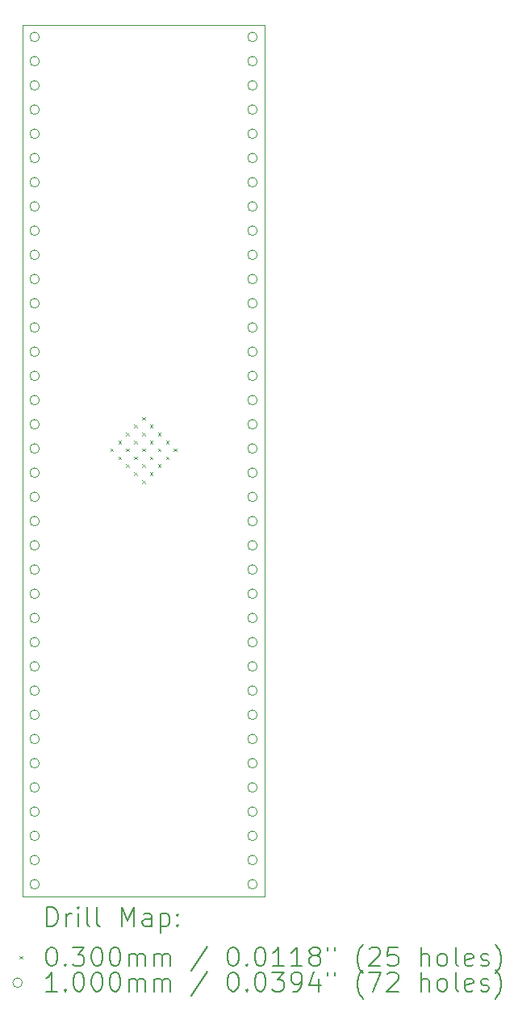
<source format=gbr>
%TF.GenerationSoftware,KiCad,Pcbnew,9.0.6*%
%TF.CreationDate,2026-01-02T14:08:46-06:00*%
%TF.ProjectId,QFN-68_8x8,51464e2d-3638-45f3-9878-382e6b696361,rev?*%
%TF.SameCoordinates,Original*%
%TF.FileFunction,Drillmap*%
%TF.FilePolarity,Positive*%
%FSLAX45Y45*%
G04 Gerber Fmt 4.5, Leading zero omitted, Abs format (unit mm)*
G04 Created by KiCad (PCBNEW 9.0.6) date 2026-01-02 14:08:46*
%MOMM*%
%LPD*%
G01*
G04 APERTURE LIST*
%ADD10C,0.050000*%
%ADD11C,0.200000*%
%ADD12C,0.100000*%
G04 APERTURE END LIST*
D10*
X12573000Y-7493000D02*
X15113000Y-7493000D01*
X15113000Y-16637000D01*
X12573000Y-16637000D01*
X12573000Y-7493000D01*
D11*
D12*
X13495660Y-11938468D02*
X13525660Y-11968468D01*
X13525660Y-11938468D02*
X13495660Y-11968468D01*
X13578745Y-11855383D02*
X13608745Y-11885383D01*
X13608745Y-11855383D02*
X13578745Y-11885383D01*
X13578745Y-12021553D02*
X13608745Y-12051553D01*
X13608745Y-12021553D02*
X13578745Y-12051553D01*
X13661830Y-11772298D02*
X13691830Y-11802298D01*
X13691830Y-11772298D02*
X13661830Y-11802298D01*
X13661830Y-11938468D02*
X13691830Y-11968468D01*
X13691830Y-11938468D02*
X13661830Y-11968468D01*
X13661830Y-12104638D02*
X13691830Y-12134638D01*
X13691830Y-12104638D02*
X13661830Y-12134638D01*
X13744915Y-11689213D02*
X13774915Y-11719213D01*
X13774915Y-11689213D02*
X13744915Y-11719213D01*
X13744915Y-11855383D02*
X13774915Y-11885383D01*
X13774915Y-11855383D02*
X13744915Y-11885383D01*
X13744915Y-12021553D02*
X13774915Y-12051553D01*
X13774915Y-12021553D02*
X13744915Y-12051553D01*
X13744915Y-12187723D02*
X13774915Y-12217723D01*
X13774915Y-12187723D02*
X13744915Y-12217723D01*
X13828000Y-11606128D02*
X13858000Y-11636128D01*
X13858000Y-11606128D02*
X13828000Y-11636128D01*
X13828000Y-11772298D02*
X13858000Y-11802298D01*
X13858000Y-11772298D02*
X13828000Y-11802298D01*
X13828000Y-11938468D02*
X13858000Y-11968468D01*
X13858000Y-11938468D02*
X13828000Y-11968468D01*
X13828000Y-12104638D02*
X13858000Y-12134638D01*
X13858000Y-12104638D02*
X13828000Y-12134638D01*
X13828000Y-12270808D02*
X13858000Y-12300808D01*
X13858000Y-12270808D02*
X13828000Y-12300808D01*
X13911085Y-11689213D02*
X13941085Y-11719213D01*
X13941085Y-11689213D02*
X13911085Y-11719213D01*
X13911085Y-11855383D02*
X13941085Y-11885383D01*
X13941085Y-11855383D02*
X13911085Y-11885383D01*
X13911085Y-12021553D02*
X13941085Y-12051553D01*
X13941085Y-12021553D02*
X13911085Y-12051553D01*
X13911085Y-12187723D02*
X13941085Y-12217723D01*
X13941085Y-12187723D02*
X13911085Y-12217723D01*
X13994170Y-11772298D02*
X14024170Y-11802298D01*
X14024170Y-11772298D02*
X13994170Y-11802298D01*
X13994170Y-11938468D02*
X14024170Y-11968468D01*
X14024170Y-11938468D02*
X13994170Y-11968468D01*
X13994170Y-12104638D02*
X14024170Y-12134638D01*
X14024170Y-12104638D02*
X13994170Y-12134638D01*
X14077255Y-11855383D02*
X14107255Y-11885383D01*
X14107255Y-11855383D02*
X14077255Y-11885383D01*
X14077255Y-12021553D02*
X14107255Y-12051553D01*
X14107255Y-12021553D02*
X14077255Y-12051553D01*
X14160340Y-11938468D02*
X14190340Y-11968468D01*
X14190340Y-11938468D02*
X14160340Y-11968468D01*
X12750000Y-7620000D02*
G75*
G02*
X12650000Y-7620000I-50000J0D01*
G01*
X12650000Y-7620000D02*
G75*
G02*
X12750000Y-7620000I50000J0D01*
G01*
X12750000Y-7874000D02*
G75*
G02*
X12650000Y-7874000I-50000J0D01*
G01*
X12650000Y-7874000D02*
G75*
G02*
X12750000Y-7874000I50000J0D01*
G01*
X12750000Y-8128000D02*
G75*
G02*
X12650000Y-8128000I-50000J0D01*
G01*
X12650000Y-8128000D02*
G75*
G02*
X12750000Y-8128000I50000J0D01*
G01*
X12750000Y-8382000D02*
G75*
G02*
X12650000Y-8382000I-50000J0D01*
G01*
X12650000Y-8382000D02*
G75*
G02*
X12750000Y-8382000I50000J0D01*
G01*
X12750000Y-8636000D02*
G75*
G02*
X12650000Y-8636000I-50000J0D01*
G01*
X12650000Y-8636000D02*
G75*
G02*
X12750000Y-8636000I50000J0D01*
G01*
X12750000Y-8890000D02*
G75*
G02*
X12650000Y-8890000I-50000J0D01*
G01*
X12650000Y-8890000D02*
G75*
G02*
X12750000Y-8890000I50000J0D01*
G01*
X12750000Y-9144000D02*
G75*
G02*
X12650000Y-9144000I-50000J0D01*
G01*
X12650000Y-9144000D02*
G75*
G02*
X12750000Y-9144000I50000J0D01*
G01*
X12750000Y-9398000D02*
G75*
G02*
X12650000Y-9398000I-50000J0D01*
G01*
X12650000Y-9398000D02*
G75*
G02*
X12750000Y-9398000I50000J0D01*
G01*
X12750000Y-9652000D02*
G75*
G02*
X12650000Y-9652000I-50000J0D01*
G01*
X12650000Y-9652000D02*
G75*
G02*
X12750000Y-9652000I50000J0D01*
G01*
X12750000Y-9906000D02*
G75*
G02*
X12650000Y-9906000I-50000J0D01*
G01*
X12650000Y-9906000D02*
G75*
G02*
X12750000Y-9906000I50000J0D01*
G01*
X12750000Y-10160000D02*
G75*
G02*
X12650000Y-10160000I-50000J0D01*
G01*
X12650000Y-10160000D02*
G75*
G02*
X12750000Y-10160000I50000J0D01*
G01*
X12750000Y-10414000D02*
G75*
G02*
X12650000Y-10414000I-50000J0D01*
G01*
X12650000Y-10414000D02*
G75*
G02*
X12750000Y-10414000I50000J0D01*
G01*
X12750000Y-10668000D02*
G75*
G02*
X12650000Y-10668000I-50000J0D01*
G01*
X12650000Y-10668000D02*
G75*
G02*
X12750000Y-10668000I50000J0D01*
G01*
X12750000Y-10922000D02*
G75*
G02*
X12650000Y-10922000I-50000J0D01*
G01*
X12650000Y-10922000D02*
G75*
G02*
X12750000Y-10922000I50000J0D01*
G01*
X12750000Y-11176000D02*
G75*
G02*
X12650000Y-11176000I-50000J0D01*
G01*
X12650000Y-11176000D02*
G75*
G02*
X12750000Y-11176000I50000J0D01*
G01*
X12750000Y-11430000D02*
G75*
G02*
X12650000Y-11430000I-50000J0D01*
G01*
X12650000Y-11430000D02*
G75*
G02*
X12750000Y-11430000I50000J0D01*
G01*
X12750000Y-11684000D02*
G75*
G02*
X12650000Y-11684000I-50000J0D01*
G01*
X12650000Y-11684000D02*
G75*
G02*
X12750000Y-11684000I50000J0D01*
G01*
X12750000Y-11938000D02*
G75*
G02*
X12650000Y-11938000I-50000J0D01*
G01*
X12650000Y-11938000D02*
G75*
G02*
X12750000Y-11938000I50000J0D01*
G01*
X12750000Y-12192000D02*
G75*
G02*
X12650000Y-12192000I-50000J0D01*
G01*
X12650000Y-12192000D02*
G75*
G02*
X12750000Y-12192000I50000J0D01*
G01*
X12750000Y-12446000D02*
G75*
G02*
X12650000Y-12446000I-50000J0D01*
G01*
X12650000Y-12446000D02*
G75*
G02*
X12750000Y-12446000I50000J0D01*
G01*
X12750000Y-12700000D02*
G75*
G02*
X12650000Y-12700000I-50000J0D01*
G01*
X12650000Y-12700000D02*
G75*
G02*
X12750000Y-12700000I50000J0D01*
G01*
X12750000Y-12954000D02*
G75*
G02*
X12650000Y-12954000I-50000J0D01*
G01*
X12650000Y-12954000D02*
G75*
G02*
X12750000Y-12954000I50000J0D01*
G01*
X12750000Y-13208000D02*
G75*
G02*
X12650000Y-13208000I-50000J0D01*
G01*
X12650000Y-13208000D02*
G75*
G02*
X12750000Y-13208000I50000J0D01*
G01*
X12750000Y-13462000D02*
G75*
G02*
X12650000Y-13462000I-50000J0D01*
G01*
X12650000Y-13462000D02*
G75*
G02*
X12750000Y-13462000I50000J0D01*
G01*
X12750000Y-13716000D02*
G75*
G02*
X12650000Y-13716000I-50000J0D01*
G01*
X12650000Y-13716000D02*
G75*
G02*
X12750000Y-13716000I50000J0D01*
G01*
X12750000Y-13970000D02*
G75*
G02*
X12650000Y-13970000I-50000J0D01*
G01*
X12650000Y-13970000D02*
G75*
G02*
X12750000Y-13970000I50000J0D01*
G01*
X12750000Y-14224000D02*
G75*
G02*
X12650000Y-14224000I-50000J0D01*
G01*
X12650000Y-14224000D02*
G75*
G02*
X12750000Y-14224000I50000J0D01*
G01*
X12750000Y-14478000D02*
G75*
G02*
X12650000Y-14478000I-50000J0D01*
G01*
X12650000Y-14478000D02*
G75*
G02*
X12750000Y-14478000I50000J0D01*
G01*
X12750000Y-14732000D02*
G75*
G02*
X12650000Y-14732000I-50000J0D01*
G01*
X12650000Y-14732000D02*
G75*
G02*
X12750000Y-14732000I50000J0D01*
G01*
X12750000Y-14986000D02*
G75*
G02*
X12650000Y-14986000I-50000J0D01*
G01*
X12650000Y-14986000D02*
G75*
G02*
X12750000Y-14986000I50000J0D01*
G01*
X12750000Y-15240000D02*
G75*
G02*
X12650000Y-15240000I-50000J0D01*
G01*
X12650000Y-15240000D02*
G75*
G02*
X12750000Y-15240000I50000J0D01*
G01*
X12750000Y-15494000D02*
G75*
G02*
X12650000Y-15494000I-50000J0D01*
G01*
X12650000Y-15494000D02*
G75*
G02*
X12750000Y-15494000I50000J0D01*
G01*
X12750000Y-15748000D02*
G75*
G02*
X12650000Y-15748000I-50000J0D01*
G01*
X12650000Y-15748000D02*
G75*
G02*
X12750000Y-15748000I50000J0D01*
G01*
X12750000Y-16002000D02*
G75*
G02*
X12650000Y-16002000I-50000J0D01*
G01*
X12650000Y-16002000D02*
G75*
G02*
X12750000Y-16002000I50000J0D01*
G01*
X12750000Y-16256000D02*
G75*
G02*
X12650000Y-16256000I-50000J0D01*
G01*
X12650000Y-16256000D02*
G75*
G02*
X12750000Y-16256000I50000J0D01*
G01*
X12750000Y-16510000D02*
G75*
G02*
X12650000Y-16510000I-50000J0D01*
G01*
X12650000Y-16510000D02*
G75*
G02*
X12750000Y-16510000I50000J0D01*
G01*
X15036000Y-7620000D02*
G75*
G02*
X14936000Y-7620000I-50000J0D01*
G01*
X14936000Y-7620000D02*
G75*
G02*
X15036000Y-7620000I50000J0D01*
G01*
X15036000Y-7874000D02*
G75*
G02*
X14936000Y-7874000I-50000J0D01*
G01*
X14936000Y-7874000D02*
G75*
G02*
X15036000Y-7874000I50000J0D01*
G01*
X15036000Y-8128000D02*
G75*
G02*
X14936000Y-8128000I-50000J0D01*
G01*
X14936000Y-8128000D02*
G75*
G02*
X15036000Y-8128000I50000J0D01*
G01*
X15036000Y-8382000D02*
G75*
G02*
X14936000Y-8382000I-50000J0D01*
G01*
X14936000Y-8382000D02*
G75*
G02*
X15036000Y-8382000I50000J0D01*
G01*
X15036000Y-8636000D02*
G75*
G02*
X14936000Y-8636000I-50000J0D01*
G01*
X14936000Y-8636000D02*
G75*
G02*
X15036000Y-8636000I50000J0D01*
G01*
X15036000Y-8890000D02*
G75*
G02*
X14936000Y-8890000I-50000J0D01*
G01*
X14936000Y-8890000D02*
G75*
G02*
X15036000Y-8890000I50000J0D01*
G01*
X15036000Y-9144000D02*
G75*
G02*
X14936000Y-9144000I-50000J0D01*
G01*
X14936000Y-9144000D02*
G75*
G02*
X15036000Y-9144000I50000J0D01*
G01*
X15036000Y-9398000D02*
G75*
G02*
X14936000Y-9398000I-50000J0D01*
G01*
X14936000Y-9398000D02*
G75*
G02*
X15036000Y-9398000I50000J0D01*
G01*
X15036000Y-9652000D02*
G75*
G02*
X14936000Y-9652000I-50000J0D01*
G01*
X14936000Y-9652000D02*
G75*
G02*
X15036000Y-9652000I50000J0D01*
G01*
X15036000Y-9906000D02*
G75*
G02*
X14936000Y-9906000I-50000J0D01*
G01*
X14936000Y-9906000D02*
G75*
G02*
X15036000Y-9906000I50000J0D01*
G01*
X15036000Y-10160000D02*
G75*
G02*
X14936000Y-10160000I-50000J0D01*
G01*
X14936000Y-10160000D02*
G75*
G02*
X15036000Y-10160000I50000J0D01*
G01*
X15036000Y-10414000D02*
G75*
G02*
X14936000Y-10414000I-50000J0D01*
G01*
X14936000Y-10414000D02*
G75*
G02*
X15036000Y-10414000I50000J0D01*
G01*
X15036000Y-10668000D02*
G75*
G02*
X14936000Y-10668000I-50000J0D01*
G01*
X14936000Y-10668000D02*
G75*
G02*
X15036000Y-10668000I50000J0D01*
G01*
X15036000Y-10922000D02*
G75*
G02*
X14936000Y-10922000I-50000J0D01*
G01*
X14936000Y-10922000D02*
G75*
G02*
X15036000Y-10922000I50000J0D01*
G01*
X15036000Y-11176000D02*
G75*
G02*
X14936000Y-11176000I-50000J0D01*
G01*
X14936000Y-11176000D02*
G75*
G02*
X15036000Y-11176000I50000J0D01*
G01*
X15036000Y-11430000D02*
G75*
G02*
X14936000Y-11430000I-50000J0D01*
G01*
X14936000Y-11430000D02*
G75*
G02*
X15036000Y-11430000I50000J0D01*
G01*
X15036000Y-11684000D02*
G75*
G02*
X14936000Y-11684000I-50000J0D01*
G01*
X14936000Y-11684000D02*
G75*
G02*
X15036000Y-11684000I50000J0D01*
G01*
X15036000Y-11938000D02*
G75*
G02*
X14936000Y-11938000I-50000J0D01*
G01*
X14936000Y-11938000D02*
G75*
G02*
X15036000Y-11938000I50000J0D01*
G01*
X15036000Y-12192000D02*
G75*
G02*
X14936000Y-12192000I-50000J0D01*
G01*
X14936000Y-12192000D02*
G75*
G02*
X15036000Y-12192000I50000J0D01*
G01*
X15036000Y-12446000D02*
G75*
G02*
X14936000Y-12446000I-50000J0D01*
G01*
X14936000Y-12446000D02*
G75*
G02*
X15036000Y-12446000I50000J0D01*
G01*
X15036000Y-12700000D02*
G75*
G02*
X14936000Y-12700000I-50000J0D01*
G01*
X14936000Y-12700000D02*
G75*
G02*
X15036000Y-12700000I50000J0D01*
G01*
X15036000Y-12954000D02*
G75*
G02*
X14936000Y-12954000I-50000J0D01*
G01*
X14936000Y-12954000D02*
G75*
G02*
X15036000Y-12954000I50000J0D01*
G01*
X15036000Y-13208000D02*
G75*
G02*
X14936000Y-13208000I-50000J0D01*
G01*
X14936000Y-13208000D02*
G75*
G02*
X15036000Y-13208000I50000J0D01*
G01*
X15036000Y-13462000D02*
G75*
G02*
X14936000Y-13462000I-50000J0D01*
G01*
X14936000Y-13462000D02*
G75*
G02*
X15036000Y-13462000I50000J0D01*
G01*
X15036000Y-13716000D02*
G75*
G02*
X14936000Y-13716000I-50000J0D01*
G01*
X14936000Y-13716000D02*
G75*
G02*
X15036000Y-13716000I50000J0D01*
G01*
X15036000Y-13970000D02*
G75*
G02*
X14936000Y-13970000I-50000J0D01*
G01*
X14936000Y-13970000D02*
G75*
G02*
X15036000Y-13970000I50000J0D01*
G01*
X15036000Y-14224000D02*
G75*
G02*
X14936000Y-14224000I-50000J0D01*
G01*
X14936000Y-14224000D02*
G75*
G02*
X15036000Y-14224000I50000J0D01*
G01*
X15036000Y-14478000D02*
G75*
G02*
X14936000Y-14478000I-50000J0D01*
G01*
X14936000Y-14478000D02*
G75*
G02*
X15036000Y-14478000I50000J0D01*
G01*
X15036000Y-14732000D02*
G75*
G02*
X14936000Y-14732000I-50000J0D01*
G01*
X14936000Y-14732000D02*
G75*
G02*
X15036000Y-14732000I50000J0D01*
G01*
X15036000Y-14986000D02*
G75*
G02*
X14936000Y-14986000I-50000J0D01*
G01*
X14936000Y-14986000D02*
G75*
G02*
X15036000Y-14986000I50000J0D01*
G01*
X15036000Y-15240000D02*
G75*
G02*
X14936000Y-15240000I-50000J0D01*
G01*
X14936000Y-15240000D02*
G75*
G02*
X15036000Y-15240000I50000J0D01*
G01*
X15036000Y-15494000D02*
G75*
G02*
X14936000Y-15494000I-50000J0D01*
G01*
X14936000Y-15494000D02*
G75*
G02*
X15036000Y-15494000I50000J0D01*
G01*
X15036000Y-15748000D02*
G75*
G02*
X14936000Y-15748000I-50000J0D01*
G01*
X14936000Y-15748000D02*
G75*
G02*
X15036000Y-15748000I50000J0D01*
G01*
X15036000Y-16002000D02*
G75*
G02*
X14936000Y-16002000I-50000J0D01*
G01*
X14936000Y-16002000D02*
G75*
G02*
X15036000Y-16002000I50000J0D01*
G01*
X15036000Y-16256000D02*
G75*
G02*
X14936000Y-16256000I-50000J0D01*
G01*
X14936000Y-16256000D02*
G75*
G02*
X15036000Y-16256000I50000J0D01*
G01*
X15036000Y-16510000D02*
G75*
G02*
X14936000Y-16510000I-50000J0D01*
G01*
X14936000Y-16510000D02*
G75*
G02*
X15036000Y-16510000I50000J0D01*
G01*
D11*
X12831277Y-16950984D02*
X12831277Y-16750984D01*
X12831277Y-16750984D02*
X12878896Y-16750984D01*
X12878896Y-16750984D02*
X12907467Y-16760508D01*
X12907467Y-16760508D02*
X12926515Y-16779555D01*
X12926515Y-16779555D02*
X12936039Y-16798603D01*
X12936039Y-16798603D02*
X12945562Y-16836698D01*
X12945562Y-16836698D02*
X12945562Y-16865270D01*
X12945562Y-16865270D02*
X12936039Y-16903365D01*
X12936039Y-16903365D02*
X12926515Y-16922412D01*
X12926515Y-16922412D02*
X12907467Y-16941460D01*
X12907467Y-16941460D02*
X12878896Y-16950984D01*
X12878896Y-16950984D02*
X12831277Y-16950984D01*
X13031277Y-16950984D02*
X13031277Y-16817650D01*
X13031277Y-16855746D02*
X13040801Y-16836698D01*
X13040801Y-16836698D02*
X13050324Y-16827174D01*
X13050324Y-16827174D02*
X13069372Y-16817650D01*
X13069372Y-16817650D02*
X13088420Y-16817650D01*
X13155086Y-16950984D02*
X13155086Y-16817650D01*
X13155086Y-16750984D02*
X13145562Y-16760508D01*
X13145562Y-16760508D02*
X13155086Y-16770031D01*
X13155086Y-16770031D02*
X13164610Y-16760508D01*
X13164610Y-16760508D02*
X13155086Y-16750984D01*
X13155086Y-16750984D02*
X13155086Y-16770031D01*
X13278896Y-16950984D02*
X13259848Y-16941460D01*
X13259848Y-16941460D02*
X13250324Y-16922412D01*
X13250324Y-16922412D02*
X13250324Y-16750984D01*
X13383658Y-16950984D02*
X13364610Y-16941460D01*
X13364610Y-16941460D02*
X13355086Y-16922412D01*
X13355086Y-16922412D02*
X13355086Y-16750984D01*
X13612229Y-16950984D02*
X13612229Y-16750984D01*
X13612229Y-16750984D02*
X13678896Y-16893841D01*
X13678896Y-16893841D02*
X13745562Y-16750984D01*
X13745562Y-16750984D02*
X13745562Y-16950984D01*
X13926515Y-16950984D02*
X13926515Y-16846222D01*
X13926515Y-16846222D02*
X13916991Y-16827174D01*
X13916991Y-16827174D02*
X13897943Y-16817650D01*
X13897943Y-16817650D02*
X13859848Y-16817650D01*
X13859848Y-16817650D02*
X13840801Y-16827174D01*
X13926515Y-16941460D02*
X13907467Y-16950984D01*
X13907467Y-16950984D02*
X13859848Y-16950984D01*
X13859848Y-16950984D02*
X13840801Y-16941460D01*
X13840801Y-16941460D02*
X13831277Y-16922412D01*
X13831277Y-16922412D02*
X13831277Y-16903365D01*
X13831277Y-16903365D02*
X13840801Y-16884317D01*
X13840801Y-16884317D02*
X13859848Y-16874793D01*
X13859848Y-16874793D02*
X13907467Y-16874793D01*
X13907467Y-16874793D02*
X13926515Y-16865270D01*
X14021753Y-16817650D02*
X14021753Y-17017650D01*
X14021753Y-16827174D02*
X14040801Y-16817650D01*
X14040801Y-16817650D02*
X14078896Y-16817650D01*
X14078896Y-16817650D02*
X14097943Y-16827174D01*
X14097943Y-16827174D02*
X14107467Y-16836698D01*
X14107467Y-16836698D02*
X14116991Y-16855746D01*
X14116991Y-16855746D02*
X14116991Y-16912889D01*
X14116991Y-16912889D02*
X14107467Y-16931936D01*
X14107467Y-16931936D02*
X14097943Y-16941460D01*
X14097943Y-16941460D02*
X14078896Y-16950984D01*
X14078896Y-16950984D02*
X14040801Y-16950984D01*
X14040801Y-16950984D02*
X14021753Y-16941460D01*
X14202705Y-16931936D02*
X14212229Y-16941460D01*
X14212229Y-16941460D02*
X14202705Y-16950984D01*
X14202705Y-16950984D02*
X14193182Y-16941460D01*
X14193182Y-16941460D02*
X14202705Y-16931936D01*
X14202705Y-16931936D02*
X14202705Y-16950984D01*
X14202705Y-16827174D02*
X14212229Y-16836698D01*
X14212229Y-16836698D02*
X14202705Y-16846222D01*
X14202705Y-16846222D02*
X14193182Y-16836698D01*
X14193182Y-16836698D02*
X14202705Y-16827174D01*
X14202705Y-16827174D02*
X14202705Y-16846222D01*
D12*
X12540500Y-17264500D02*
X12570500Y-17294500D01*
X12570500Y-17264500D02*
X12540500Y-17294500D01*
D11*
X12869372Y-17170984D02*
X12888420Y-17170984D01*
X12888420Y-17170984D02*
X12907467Y-17180508D01*
X12907467Y-17180508D02*
X12916991Y-17190031D01*
X12916991Y-17190031D02*
X12926515Y-17209079D01*
X12926515Y-17209079D02*
X12936039Y-17247174D01*
X12936039Y-17247174D02*
X12936039Y-17294793D01*
X12936039Y-17294793D02*
X12926515Y-17332889D01*
X12926515Y-17332889D02*
X12916991Y-17351936D01*
X12916991Y-17351936D02*
X12907467Y-17361460D01*
X12907467Y-17361460D02*
X12888420Y-17370984D01*
X12888420Y-17370984D02*
X12869372Y-17370984D01*
X12869372Y-17370984D02*
X12850324Y-17361460D01*
X12850324Y-17361460D02*
X12840801Y-17351936D01*
X12840801Y-17351936D02*
X12831277Y-17332889D01*
X12831277Y-17332889D02*
X12821753Y-17294793D01*
X12821753Y-17294793D02*
X12821753Y-17247174D01*
X12821753Y-17247174D02*
X12831277Y-17209079D01*
X12831277Y-17209079D02*
X12840801Y-17190031D01*
X12840801Y-17190031D02*
X12850324Y-17180508D01*
X12850324Y-17180508D02*
X12869372Y-17170984D01*
X13021753Y-17351936D02*
X13031277Y-17361460D01*
X13031277Y-17361460D02*
X13021753Y-17370984D01*
X13021753Y-17370984D02*
X13012229Y-17361460D01*
X13012229Y-17361460D02*
X13021753Y-17351936D01*
X13021753Y-17351936D02*
X13021753Y-17370984D01*
X13097943Y-17170984D02*
X13221753Y-17170984D01*
X13221753Y-17170984D02*
X13155086Y-17247174D01*
X13155086Y-17247174D02*
X13183658Y-17247174D01*
X13183658Y-17247174D02*
X13202705Y-17256698D01*
X13202705Y-17256698D02*
X13212229Y-17266222D01*
X13212229Y-17266222D02*
X13221753Y-17285270D01*
X13221753Y-17285270D02*
X13221753Y-17332889D01*
X13221753Y-17332889D02*
X13212229Y-17351936D01*
X13212229Y-17351936D02*
X13202705Y-17361460D01*
X13202705Y-17361460D02*
X13183658Y-17370984D01*
X13183658Y-17370984D02*
X13126515Y-17370984D01*
X13126515Y-17370984D02*
X13107467Y-17361460D01*
X13107467Y-17361460D02*
X13097943Y-17351936D01*
X13345562Y-17170984D02*
X13364610Y-17170984D01*
X13364610Y-17170984D02*
X13383658Y-17180508D01*
X13383658Y-17180508D02*
X13393182Y-17190031D01*
X13393182Y-17190031D02*
X13402705Y-17209079D01*
X13402705Y-17209079D02*
X13412229Y-17247174D01*
X13412229Y-17247174D02*
X13412229Y-17294793D01*
X13412229Y-17294793D02*
X13402705Y-17332889D01*
X13402705Y-17332889D02*
X13393182Y-17351936D01*
X13393182Y-17351936D02*
X13383658Y-17361460D01*
X13383658Y-17361460D02*
X13364610Y-17370984D01*
X13364610Y-17370984D02*
X13345562Y-17370984D01*
X13345562Y-17370984D02*
X13326515Y-17361460D01*
X13326515Y-17361460D02*
X13316991Y-17351936D01*
X13316991Y-17351936D02*
X13307467Y-17332889D01*
X13307467Y-17332889D02*
X13297943Y-17294793D01*
X13297943Y-17294793D02*
X13297943Y-17247174D01*
X13297943Y-17247174D02*
X13307467Y-17209079D01*
X13307467Y-17209079D02*
X13316991Y-17190031D01*
X13316991Y-17190031D02*
X13326515Y-17180508D01*
X13326515Y-17180508D02*
X13345562Y-17170984D01*
X13536039Y-17170984D02*
X13555086Y-17170984D01*
X13555086Y-17170984D02*
X13574134Y-17180508D01*
X13574134Y-17180508D02*
X13583658Y-17190031D01*
X13583658Y-17190031D02*
X13593182Y-17209079D01*
X13593182Y-17209079D02*
X13602705Y-17247174D01*
X13602705Y-17247174D02*
X13602705Y-17294793D01*
X13602705Y-17294793D02*
X13593182Y-17332889D01*
X13593182Y-17332889D02*
X13583658Y-17351936D01*
X13583658Y-17351936D02*
X13574134Y-17361460D01*
X13574134Y-17361460D02*
X13555086Y-17370984D01*
X13555086Y-17370984D02*
X13536039Y-17370984D01*
X13536039Y-17370984D02*
X13516991Y-17361460D01*
X13516991Y-17361460D02*
X13507467Y-17351936D01*
X13507467Y-17351936D02*
X13497943Y-17332889D01*
X13497943Y-17332889D02*
X13488420Y-17294793D01*
X13488420Y-17294793D02*
X13488420Y-17247174D01*
X13488420Y-17247174D02*
X13497943Y-17209079D01*
X13497943Y-17209079D02*
X13507467Y-17190031D01*
X13507467Y-17190031D02*
X13516991Y-17180508D01*
X13516991Y-17180508D02*
X13536039Y-17170984D01*
X13688420Y-17370984D02*
X13688420Y-17237650D01*
X13688420Y-17256698D02*
X13697943Y-17247174D01*
X13697943Y-17247174D02*
X13716991Y-17237650D01*
X13716991Y-17237650D02*
X13745563Y-17237650D01*
X13745563Y-17237650D02*
X13764610Y-17247174D01*
X13764610Y-17247174D02*
X13774134Y-17266222D01*
X13774134Y-17266222D02*
X13774134Y-17370984D01*
X13774134Y-17266222D02*
X13783658Y-17247174D01*
X13783658Y-17247174D02*
X13802705Y-17237650D01*
X13802705Y-17237650D02*
X13831277Y-17237650D01*
X13831277Y-17237650D02*
X13850324Y-17247174D01*
X13850324Y-17247174D02*
X13859848Y-17266222D01*
X13859848Y-17266222D02*
X13859848Y-17370984D01*
X13955086Y-17370984D02*
X13955086Y-17237650D01*
X13955086Y-17256698D02*
X13964610Y-17247174D01*
X13964610Y-17247174D02*
X13983658Y-17237650D01*
X13983658Y-17237650D02*
X14012229Y-17237650D01*
X14012229Y-17237650D02*
X14031277Y-17247174D01*
X14031277Y-17247174D02*
X14040801Y-17266222D01*
X14040801Y-17266222D02*
X14040801Y-17370984D01*
X14040801Y-17266222D02*
X14050324Y-17247174D01*
X14050324Y-17247174D02*
X14069372Y-17237650D01*
X14069372Y-17237650D02*
X14097943Y-17237650D01*
X14097943Y-17237650D02*
X14116991Y-17247174D01*
X14116991Y-17247174D02*
X14126515Y-17266222D01*
X14126515Y-17266222D02*
X14126515Y-17370984D01*
X14516991Y-17161460D02*
X14345563Y-17418603D01*
X14774134Y-17170984D02*
X14793182Y-17170984D01*
X14793182Y-17170984D02*
X14812229Y-17180508D01*
X14812229Y-17180508D02*
X14821753Y-17190031D01*
X14821753Y-17190031D02*
X14831277Y-17209079D01*
X14831277Y-17209079D02*
X14840801Y-17247174D01*
X14840801Y-17247174D02*
X14840801Y-17294793D01*
X14840801Y-17294793D02*
X14831277Y-17332889D01*
X14831277Y-17332889D02*
X14821753Y-17351936D01*
X14821753Y-17351936D02*
X14812229Y-17361460D01*
X14812229Y-17361460D02*
X14793182Y-17370984D01*
X14793182Y-17370984D02*
X14774134Y-17370984D01*
X14774134Y-17370984D02*
X14755086Y-17361460D01*
X14755086Y-17361460D02*
X14745563Y-17351936D01*
X14745563Y-17351936D02*
X14736039Y-17332889D01*
X14736039Y-17332889D02*
X14726515Y-17294793D01*
X14726515Y-17294793D02*
X14726515Y-17247174D01*
X14726515Y-17247174D02*
X14736039Y-17209079D01*
X14736039Y-17209079D02*
X14745563Y-17190031D01*
X14745563Y-17190031D02*
X14755086Y-17180508D01*
X14755086Y-17180508D02*
X14774134Y-17170984D01*
X14926515Y-17351936D02*
X14936039Y-17361460D01*
X14936039Y-17361460D02*
X14926515Y-17370984D01*
X14926515Y-17370984D02*
X14916991Y-17361460D01*
X14916991Y-17361460D02*
X14926515Y-17351936D01*
X14926515Y-17351936D02*
X14926515Y-17370984D01*
X15059848Y-17170984D02*
X15078896Y-17170984D01*
X15078896Y-17170984D02*
X15097944Y-17180508D01*
X15097944Y-17180508D02*
X15107467Y-17190031D01*
X15107467Y-17190031D02*
X15116991Y-17209079D01*
X15116991Y-17209079D02*
X15126515Y-17247174D01*
X15126515Y-17247174D02*
X15126515Y-17294793D01*
X15126515Y-17294793D02*
X15116991Y-17332889D01*
X15116991Y-17332889D02*
X15107467Y-17351936D01*
X15107467Y-17351936D02*
X15097944Y-17361460D01*
X15097944Y-17361460D02*
X15078896Y-17370984D01*
X15078896Y-17370984D02*
X15059848Y-17370984D01*
X15059848Y-17370984D02*
X15040801Y-17361460D01*
X15040801Y-17361460D02*
X15031277Y-17351936D01*
X15031277Y-17351936D02*
X15021753Y-17332889D01*
X15021753Y-17332889D02*
X15012229Y-17294793D01*
X15012229Y-17294793D02*
X15012229Y-17247174D01*
X15012229Y-17247174D02*
X15021753Y-17209079D01*
X15021753Y-17209079D02*
X15031277Y-17190031D01*
X15031277Y-17190031D02*
X15040801Y-17180508D01*
X15040801Y-17180508D02*
X15059848Y-17170984D01*
X15316991Y-17370984D02*
X15202706Y-17370984D01*
X15259848Y-17370984D02*
X15259848Y-17170984D01*
X15259848Y-17170984D02*
X15240801Y-17199555D01*
X15240801Y-17199555D02*
X15221753Y-17218603D01*
X15221753Y-17218603D02*
X15202706Y-17228127D01*
X15507467Y-17370984D02*
X15393182Y-17370984D01*
X15450325Y-17370984D02*
X15450325Y-17170984D01*
X15450325Y-17170984D02*
X15431277Y-17199555D01*
X15431277Y-17199555D02*
X15412229Y-17218603D01*
X15412229Y-17218603D02*
X15393182Y-17228127D01*
X15621753Y-17256698D02*
X15602706Y-17247174D01*
X15602706Y-17247174D02*
X15593182Y-17237650D01*
X15593182Y-17237650D02*
X15583658Y-17218603D01*
X15583658Y-17218603D02*
X15583658Y-17209079D01*
X15583658Y-17209079D02*
X15593182Y-17190031D01*
X15593182Y-17190031D02*
X15602706Y-17180508D01*
X15602706Y-17180508D02*
X15621753Y-17170984D01*
X15621753Y-17170984D02*
X15659848Y-17170984D01*
X15659848Y-17170984D02*
X15678896Y-17180508D01*
X15678896Y-17180508D02*
X15688420Y-17190031D01*
X15688420Y-17190031D02*
X15697944Y-17209079D01*
X15697944Y-17209079D02*
X15697944Y-17218603D01*
X15697944Y-17218603D02*
X15688420Y-17237650D01*
X15688420Y-17237650D02*
X15678896Y-17247174D01*
X15678896Y-17247174D02*
X15659848Y-17256698D01*
X15659848Y-17256698D02*
X15621753Y-17256698D01*
X15621753Y-17256698D02*
X15602706Y-17266222D01*
X15602706Y-17266222D02*
X15593182Y-17275746D01*
X15593182Y-17275746D02*
X15583658Y-17294793D01*
X15583658Y-17294793D02*
X15583658Y-17332889D01*
X15583658Y-17332889D02*
X15593182Y-17351936D01*
X15593182Y-17351936D02*
X15602706Y-17361460D01*
X15602706Y-17361460D02*
X15621753Y-17370984D01*
X15621753Y-17370984D02*
X15659848Y-17370984D01*
X15659848Y-17370984D02*
X15678896Y-17361460D01*
X15678896Y-17361460D02*
X15688420Y-17351936D01*
X15688420Y-17351936D02*
X15697944Y-17332889D01*
X15697944Y-17332889D02*
X15697944Y-17294793D01*
X15697944Y-17294793D02*
X15688420Y-17275746D01*
X15688420Y-17275746D02*
X15678896Y-17266222D01*
X15678896Y-17266222D02*
X15659848Y-17256698D01*
X15774134Y-17170984D02*
X15774134Y-17209079D01*
X15850325Y-17170984D02*
X15850325Y-17209079D01*
X16145563Y-17447174D02*
X16136039Y-17437650D01*
X16136039Y-17437650D02*
X16116991Y-17409079D01*
X16116991Y-17409079D02*
X16107468Y-17390031D01*
X16107468Y-17390031D02*
X16097944Y-17361460D01*
X16097944Y-17361460D02*
X16088420Y-17313841D01*
X16088420Y-17313841D02*
X16088420Y-17275746D01*
X16088420Y-17275746D02*
X16097944Y-17228127D01*
X16097944Y-17228127D02*
X16107468Y-17199555D01*
X16107468Y-17199555D02*
X16116991Y-17180508D01*
X16116991Y-17180508D02*
X16136039Y-17151936D01*
X16136039Y-17151936D02*
X16145563Y-17142412D01*
X16212229Y-17190031D02*
X16221753Y-17180508D01*
X16221753Y-17180508D02*
X16240801Y-17170984D01*
X16240801Y-17170984D02*
X16288420Y-17170984D01*
X16288420Y-17170984D02*
X16307468Y-17180508D01*
X16307468Y-17180508D02*
X16316991Y-17190031D01*
X16316991Y-17190031D02*
X16326515Y-17209079D01*
X16326515Y-17209079D02*
X16326515Y-17228127D01*
X16326515Y-17228127D02*
X16316991Y-17256698D01*
X16316991Y-17256698D02*
X16202706Y-17370984D01*
X16202706Y-17370984D02*
X16326515Y-17370984D01*
X16507468Y-17170984D02*
X16412229Y-17170984D01*
X16412229Y-17170984D02*
X16402706Y-17266222D01*
X16402706Y-17266222D02*
X16412229Y-17256698D01*
X16412229Y-17256698D02*
X16431277Y-17247174D01*
X16431277Y-17247174D02*
X16478896Y-17247174D01*
X16478896Y-17247174D02*
X16497944Y-17256698D01*
X16497944Y-17256698D02*
X16507468Y-17266222D01*
X16507468Y-17266222D02*
X16516991Y-17285270D01*
X16516991Y-17285270D02*
X16516991Y-17332889D01*
X16516991Y-17332889D02*
X16507468Y-17351936D01*
X16507468Y-17351936D02*
X16497944Y-17361460D01*
X16497944Y-17361460D02*
X16478896Y-17370984D01*
X16478896Y-17370984D02*
X16431277Y-17370984D01*
X16431277Y-17370984D02*
X16412229Y-17361460D01*
X16412229Y-17361460D02*
X16402706Y-17351936D01*
X16755087Y-17370984D02*
X16755087Y-17170984D01*
X16840801Y-17370984D02*
X16840801Y-17266222D01*
X16840801Y-17266222D02*
X16831277Y-17247174D01*
X16831277Y-17247174D02*
X16812230Y-17237650D01*
X16812230Y-17237650D02*
X16783658Y-17237650D01*
X16783658Y-17237650D02*
X16764610Y-17247174D01*
X16764610Y-17247174D02*
X16755087Y-17256698D01*
X16964611Y-17370984D02*
X16945563Y-17361460D01*
X16945563Y-17361460D02*
X16936039Y-17351936D01*
X16936039Y-17351936D02*
X16926515Y-17332889D01*
X16926515Y-17332889D02*
X16926515Y-17275746D01*
X16926515Y-17275746D02*
X16936039Y-17256698D01*
X16936039Y-17256698D02*
X16945563Y-17247174D01*
X16945563Y-17247174D02*
X16964611Y-17237650D01*
X16964611Y-17237650D02*
X16993182Y-17237650D01*
X16993182Y-17237650D02*
X17012230Y-17247174D01*
X17012230Y-17247174D02*
X17021753Y-17256698D01*
X17021753Y-17256698D02*
X17031277Y-17275746D01*
X17031277Y-17275746D02*
X17031277Y-17332889D01*
X17031277Y-17332889D02*
X17021753Y-17351936D01*
X17021753Y-17351936D02*
X17012230Y-17361460D01*
X17012230Y-17361460D02*
X16993182Y-17370984D01*
X16993182Y-17370984D02*
X16964611Y-17370984D01*
X17145563Y-17370984D02*
X17126515Y-17361460D01*
X17126515Y-17361460D02*
X17116992Y-17342412D01*
X17116992Y-17342412D02*
X17116992Y-17170984D01*
X17297944Y-17361460D02*
X17278896Y-17370984D01*
X17278896Y-17370984D02*
X17240801Y-17370984D01*
X17240801Y-17370984D02*
X17221753Y-17361460D01*
X17221753Y-17361460D02*
X17212230Y-17342412D01*
X17212230Y-17342412D02*
X17212230Y-17266222D01*
X17212230Y-17266222D02*
X17221753Y-17247174D01*
X17221753Y-17247174D02*
X17240801Y-17237650D01*
X17240801Y-17237650D02*
X17278896Y-17237650D01*
X17278896Y-17237650D02*
X17297944Y-17247174D01*
X17297944Y-17247174D02*
X17307468Y-17266222D01*
X17307468Y-17266222D02*
X17307468Y-17285270D01*
X17307468Y-17285270D02*
X17212230Y-17304317D01*
X17383658Y-17361460D02*
X17402706Y-17370984D01*
X17402706Y-17370984D02*
X17440801Y-17370984D01*
X17440801Y-17370984D02*
X17459849Y-17361460D01*
X17459849Y-17361460D02*
X17469373Y-17342412D01*
X17469373Y-17342412D02*
X17469373Y-17332889D01*
X17469373Y-17332889D02*
X17459849Y-17313841D01*
X17459849Y-17313841D02*
X17440801Y-17304317D01*
X17440801Y-17304317D02*
X17412230Y-17304317D01*
X17412230Y-17304317D02*
X17393182Y-17294793D01*
X17393182Y-17294793D02*
X17383658Y-17275746D01*
X17383658Y-17275746D02*
X17383658Y-17266222D01*
X17383658Y-17266222D02*
X17393182Y-17247174D01*
X17393182Y-17247174D02*
X17412230Y-17237650D01*
X17412230Y-17237650D02*
X17440801Y-17237650D01*
X17440801Y-17237650D02*
X17459849Y-17247174D01*
X17536039Y-17447174D02*
X17545563Y-17437650D01*
X17545563Y-17437650D02*
X17564611Y-17409079D01*
X17564611Y-17409079D02*
X17574134Y-17390031D01*
X17574134Y-17390031D02*
X17583658Y-17361460D01*
X17583658Y-17361460D02*
X17593182Y-17313841D01*
X17593182Y-17313841D02*
X17593182Y-17275746D01*
X17593182Y-17275746D02*
X17583658Y-17228127D01*
X17583658Y-17228127D02*
X17574134Y-17199555D01*
X17574134Y-17199555D02*
X17564611Y-17180508D01*
X17564611Y-17180508D02*
X17545563Y-17151936D01*
X17545563Y-17151936D02*
X17536039Y-17142412D01*
D12*
X12570500Y-17543500D02*
G75*
G02*
X12470500Y-17543500I-50000J0D01*
G01*
X12470500Y-17543500D02*
G75*
G02*
X12570500Y-17543500I50000J0D01*
G01*
D11*
X12936039Y-17634984D02*
X12821753Y-17634984D01*
X12878896Y-17634984D02*
X12878896Y-17434984D01*
X12878896Y-17434984D02*
X12859848Y-17463555D01*
X12859848Y-17463555D02*
X12840801Y-17482603D01*
X12840801Y-17482603D02*
X12821753Y-17492127D01*
X13021753Y-17615936D02*
X13031277Y-17625460D01*
X13031277Y-17625460D02*
X13021753Y-17634984D01*
X13021753Y-17634984D02*
X13012229Y-17625460D01*
X13012229Y-17625460D02*
X13021753Y-17615936D01*
X13021753Y-17615936D02*
X13021753Y-17634984D01*
X13155086Y-17434984D02*
X13174134Y-17434984D01*
X13174134Y-17434984D02*
X13193182Y-17444508D01*
X13193182Y-17444508D02*
X13202705Y-17454031D01*
X13202705Y-17454031D02*
X13212229Y-17473079D01*
X13212229Y-17473079D02*
X13221753Y-17511174D01*
X13221753Y-17511174D02*
X13221753Y-17558793D01*
X13221753Y-17558793D02*
X13212229Y-17596889D01*
X13212229Y-17596889D02*
X13202705Y-17615936D01*
X13202705Y-17615936D02*
X13193182Y-17625460D01*
X13193182Y-17625460D02*
X13174134Y-17634984D01*
X13174134Y-17634984D02*
X13155086Y-17634984D01*
X13155086Y-17634984D02*
X13136039Y-17625460D01*
X13136039Y-17625460D02*
X13126515Y-17615936D01*
X13126515Y-17615936D02*
X13116991Y-17596889D01*
X13116991Y-17596889D02*
X13107467Y-17558793D01*
X13107467Y-17558793D02*
X13107467Y-17511174D01*
X13107467Y-17511174D02*
X13116991Y-17473079D01*
X13116991Y-17473079D02*
X13126515Y-17454031D01*
X13126515Y-17454031D02*
X13136039Y-17444508D01*
X13136039Y-17444508D02*
X13155086Y-17434984D01*
X13345562Y-17434984D02*
X13364610Y-17434984D01*
X13364610Y-17434984D02*
X13383658Y-17444508D01*
X13383658Y-17444508D02*
X13393182Y-17454031D01*
X13393182Y-17454031D02*
X13402705Y-17473079D01*
X13402705Y-17473079D02*
X13412229Y-17511174D01*
X13412229Y-17511174D02*
X13412229Y-17558793D01*
X13412229Y-17558793D02*
X13402705Y-17596889D01*
X13402705Y-17596889D02*
X13393182Y-17615936D01*
X13393182Y-17615936D02*
X13383658Y-17625460D01*
X13383658Y-17625460D02*
X13364610Y-17634984D01*
X13364610Y-17634984D02*
X13345562Y-17634984D01*
X13345562Y-17634984D02*
X13326515Y-17625460D01*
X13326515Y-17625460D02*
X13316991Y-17615936D01*
X13316991Y-17615936D02*
X13307467Y-17596889D01*
X13307467Y-17596889D02*
X13297943Y-17558793D01*
X13297943Y-17558793D02*
X13297943Y-17511174D01*
X13297943Y-17511174D02*
X13307467Y-17473079D01*
X13307467Y-17473079D02*
X13316991Y-17454031D01*
X13316991Y-17454031D02*
X13326515Y-17444508D01*
X13326515Y-17444508D02*
X13345562Y-17434984D01*
X13536039Y-17434984D02*
X13555086Y-17434984D01*
X13555086Y-17434984D02*
X13574134Y-17444508D01*
X13574134Y-17444508D02*
X13583658Y-17454031D01*
X13583658Y-17454031D02*
X13593182Y-17473079D01*
X13593182Y-17473079D02*
X13602705Y-17511174D01*
X13602705Y-17511174D02*
X13602705Y-17558793D01*
X13602705Y-17558793D02*
X13593182Y-17596889D01*
X13593182Y-17596889D02*
X13583658Y-17615936D01*
X13583658Y-17615936D02*
X13574134Y-17625460D01*
X13574134Y-17625460D02*
X13555086Y-17634984D01*
X13555086Y-17634984D02*
X13536039Y-17634984D01*
X13536039Y-17634984D02*
X13516991Y-17625460D01*
X13516991Y-17625460D02*
X13507467Y-17615936D01*
X13507467Y-17615936D02*
X13497943Y-17596889D01*
X13497943Y-17596889D02*
X13488420Y-17558793D01*
X13488420Y-17558793D02*
X13488420Y-17511174D01*
X13488420Y-17511174D02*
X13497943Y-17473079D01*
X13497943Y-17473079D02*
X13507467Y-17454031D01*
X13507467Y-17454031D02*
X13516991Y-17444508D01*
X13516991Y-17444508D02*
X13536039Y-17434984D01*
X13688420Y-17634984D02*
X13688420Y-17501650D01*
X13688420Y-17520698D02*
X13697943Y-17511174D01*
X13697943Y-17511174D02*
X13716991Y-17501650D01*
X13716991Y-17501650D02*
X13745563Y-17501650D01*
X13745563Y-17501650D02*
X13764610Y-17511174D01*
X13764610Y-17511174D02*
X13774134Y-17530222D01*
X13774134Y-17530222D02*
X13774134Y-17634984D01*
X13774134Y-17530222D02*
X13783658Y-17511174D01*
X13783658Y-17511174D02*
X13802705Y-17501650D01*
X13802705Y-17501650D02*
X13831277Y-17501650D01*
X13831277Y-17501650D02*
X13850324Y-17511174D01*
X13850324Y-17511174D02*
X13859848Y-17530222D01*
X13859848Y-17530222D02*
X13859848Y-17634984D01*
X13955086Y-17634984D02*
X13955086Y-17501650D01*
X13955086Y-17520698D02*
X13964610Y-17511174D01*
X13964610Y-17511174D02*
X13983658Y-17501650D01*
X13983658Y-17501650D02*
X14012229Y-17501650D01*
X14012229Y-17501650D02*
X14031277Y-17511174D01*
X14031277Y-17511174D02*
X14040801Y-17530222D01*
X14040801Y-17530222D02*
X14040801Y-17634984D01*
X14040801Y-17530222D02*
X14050324Y-17511174D01*
X14050324Y-17511174D02*
X14069372Y-17501650D01*
X14069372Y-17501650D02*
X14097943Y-17501650D01*
X14097943Y-17501650D02*
X14116991Y-17511174D01*
X14116991Y-17511174D02*
X14126515Y-17530222D01*
X14126515Y-17530222D02*
X14126515Y-17634984D01*
X14516991Y-17425460D02*
X14345563Y-17682603D01*
X14774134Y-17434984D02*
X14793182Y-17434984D01*
X14793182Y-17434984D02*
X14812229Y-17444508D01*
X14812229Y-17444508D02*
X14821753Y-17454031D01*
X14821753Y-17454031D02*
X14831277Y-17473079D01*
X14831277Y-17473079D02*
X14840801Y-17511174D01*
X14840801Y-17511174D02*
X14840801Y-17558793D01*
X14840801Y-17558793D02*
X14831277Y-17596889D01*
X14831277Y-17596889D02*
X14821753Y-17615936D01*
X14821753Y-17615936D02*
X14812229Y-17625460D01*
X14812229Y-17625460D02*
X14793182Y-17634984D01*
X14793182Y-17634984D02*
X14774134Y-17634984D01*
X14774134Y-17634984D02*
X14755086Y-17625460D01*
X14755086Y-17625460D02*
X14745563Y-17615936D01*
X14745563Y-17615936D02*
X14736039Y-17596889D01*
X14736039Y-17596889D02*
X14726515Y-17558793D01*
X14726515Y-17558793D02*
X14726515Y-17511174D01*
X14726515Y-17511174D02*
X14736039Y-17473079D01*
X14736039Y-17473079D02*
X14745563Y-17454031D01*
X14745563Y-17454031D02*
X14755086Y-17444508D01*
X14755086Y-17444508D02*
X14774134Y-17434984D01*
X14926515Y-17615936D02*
X14936039Y-17625460D01*
X14936039Y-17625460D02*
X14926515Y-17634984D01*
X14926515Y-17634984D02*
X14916991Y-17625460D01*
X14916991Y-17625460D02*
X14926515Y-17615936D01*
X14926515Y-17615936D02*
X14926515Y-17634984D01*
X15059848Y-17434984D02*
X15078896Y-17434984D01*
X15078896Y-17434984D02*
X15097944Y-17444508D01*
X15097944Y-17444508D02*
X15107467Y-17454031D01*
X15107467Y-17454031D02*
X15116991Y-17473079D01*
X15116991Y-17473079D02*
X15126515Y-17511174D01*
X15126515Y-17511174D02*
X15126515Y-17558793D01*
X15126515Y-17558793D02*
X15116991Y-17596889D01*
X15116991Y-17596889D02*
X15107467Y-17615936D01*
X15107467Y-17615936D02*
X15097944Y-17625460D01*
X15097944Y-17625460D02*
X15078896Y-17634984D01*
X15078896Y-17634984D02*
X15059848Y-17634984D01*
X15059848Y-17634984D02*
X15040801Y-17625460D01*
X15040801Y-17625460D02*
X15031277Y-17615936D01*
X15031277Y-17615936D02*
X15021753Y-17596889D01*
X15021753Y-17596889D02*
X15012229Y-17558793D01*
X15012229Y-17558793D02*
X15012229Y-17511174D01*
X15012229Y-17511174D02*
X15021753Y-17473079D01*
X15021753Y-17473079D02*
X15031277Y-17454031D01*
X15031277Y-17454031D02*
X15040801Y-17444508D01*
X15040801Y-17444508D02*
X15059848Y-17434984D01*
X15193182Y-17434984D02*
X15316991Y-17434984D01*
X15316991Y-17434984D02*
X15250325Y-17511174D01*
X15250325Y-17511174D02*
X15278896Y-17511174D01*
X15278896Y-17511174D02*
X15297944Y-17520698D01*
X15297944Y-17520698D02*
X15307467Y-17530222D01*
X15307467Y-17530222D02*
X15316991Y-17549270D01*
X15316991Y-17549270D02*
X15316991Y-17596889D01*
X15316991Y-17596889D02*
X15307467Y-17615936D01*
X15307467Y-17615936D02*
X15297944Y-17625460D01*
X15297944Y-17625460D02*
X15278896Y-17634984D01*
X15278896Y-17634984D02*
X15221753Y-17634984D01*
X15221753Y-17634984D02*
X15202706Y-17625460D01*
X15202706Y-17625460D02*
X15193182Y-17615936D01*
X15412229Y-17634984D02*
X15450325Y-17634984D01*
X15450325Y-17634984D02*
X15469372Y-17625460D01*
X15469372Y-17625460D02*
X15478896Y-17615936D01*
X15478896Y-17615936D02*
X15497944Y-17587365D01*
X15497944Y-17587365D02*
X15507467Y-17549270D01*
X15507467Y-17549270D02*
X15507467Y-17473079D01*
X15507467Y-17473079D02*
X15497944Y-17454031D01*
X15497944Y-17454031D02*
X15488420Y-17444508D01*
X15488420Y-17444508D02*
X15469372Y-17434984D01*
X15469372Y-17434984D02*
X15431277Y-17434984D01*
X15431277Y-17434984D02*
X15412229Y-17444508D01*
X15412229Y-17444508D02*
X15402706Y-17454031D01*
X15402706Y-17454031D02*
X15393182Y-17473079D01*
X15393182Y-17473079D02*
X15393182Y-17520698D01*
X15393182Y-17520698D02*
X15402706Y-17539746D01*
X15402706Y-17539746D02*
X15412229Y-17549270D01*
X15412229Y-17549270D02*
X15431277Y-17558793D01*
X15431277Y-17558793D02*
X15469372Y-17558793D01*
X15469372Y-17558793D02*
X15488420Y-17549270D01*
X15488420Y-17549270D02*
X15497944Y-17539746D01*
X15497944Y-17539746D02*
X15507467Y-17520698D01*
X15678896Y-17501650D02*
X15678896Y-17634984D01*
X15631277Y-17425460D02*
X15583658Y-17568317D01*
X15583658Y-17568317D02*
X15707467Y-17568317D01*
X15774134Y-17434984D02*
X15774134Y-17473079D01*
X15850325Y-17434984D02*
X15850325Y-17473079D01*
X16145563Y-17711174D02*
X16136039Y-17701650D01*
X16136039Y-17701650D02*
X16116991Y-17673079D01*
X16116991Y-17673079D02*
X16107468Y-17654031D01*
X16107468Y-17654031D02*
X16097944Y-17625460D01*
X16097944Y-17625460D02*
X16088420Y-17577841D01*
X16088420Y-17577841D02*
X16088420Y-17539746D01*
X16088420Y-17539746D02*
X16097944Y-17492127D01*
X16097944Y-17492127D02*
X16107468Y-17463555D01*
X16107468Y-17463555D02*
X16116991Y-17444508D01*
X16116991Y-17444508D02*
X16136039Y-17415936D01*
X16136039Y-17415936D02*
X16145563Y-17406412D01*
X16202706Y-17434984D02*
X16336039Y-17434984D01*
X16336039Y-17434984D02*
X16250325Y-17634984D01*
X16402706Y-17454031D02*
X16412229Y-17444508D01*
X16412229Y-17444508D02*
X16431277Y-17434984D01*
X16431277Y-17434984D02*
X16478896Y-17434984D01*
X16478896Y-17434984D02*
X16497944Y-17444508D01*
X16497944Y-17444508D02*
X16507468Y-17454031D01*
X16507468Y-17454031D02*
X16516991Y-17473079D01*
X16516991Y-17473079D02*
X16516991Y-17492127D01*
X16516991Y-17492127D02*
X16507468Y-17520698D01*
X16507468Y-17520698D02*
X16393182Y-17634984D01*
X16393182Y-17634984D02*
X16516991Y-17634984D01*
X16755087Y-17634984D02*
X16755087Y-17434984D01*
X16840801Y-17634984D02*
X16840801Y-17530222D01*
X16840801Y-17530222D02*
X16831277Y-17511174D01*
X16831277Y-17511174D02*
X16812230Y-17501650D01*
X16812230Y-17501650D02*
X16783658Y-17501650D01*
X16783658Y-17501650D02*
X16764610Y-17511174D01*
X16764610Y-17511174D02*
X16755087Y-17520698D01*
X16964611Y-17634984D02*
X16945563Y-17625460D01*
X16945563Y-17625460D02*
X16936039Y-17615936D01*
X16936039Y-17615936D02*
X16926515Y-17596889D01*
X16926515Y-17596889D02*
X16926515Y-17539746D01*
X16926515Y-17539746D02*
X16936039Y-17520698D01*
X16936039Y-17520698D02*
X16945563Y-17511174D01*
X16945563Y-17511174D02*
X16964611Y-17501650D01*
X16964611Y-17501650D02*
X16993182Y-17501650D01*
X16993182Y-17501650D02*
X17012230Y-17511174D01*
X17012230Y-17511174D02*
X17021753Y-17520698D01*
X17021753Y-17520698D02*
X17031277Y-17539746D01*
X17031277Y-17539746D02*
X17031277Y-17596889D01*
X17031277Y-17596889D02*
X17021753Y-17615936D01*
X17021753Y-17615936D02*
X17012230Y-17625460D01*
X17012230Y-17625460D02*
X16993182Y-17634984D01*
X16993182Y-17634984D02*
X16964611Y-17634984D01*
X17145563Y-17634984D02*
X17126515Y-17625460D01*
X17126515Y-17625460D02*
X17116992Y-17606412D01*
X17116992Y-17606412D02*
X17116992Y-17434984D01*
X17297944Y-17625460D02*
X17278896Y-17634984D01*
X17278896Y-17634984D02*
X17240801Y-17634984D01*
X17240801Y-17634984D02*
X17221753Y-17625460D01*
X17221753Y-17625460D02*
X17212230Y-17606412D01*
X17212230Y-17606412D02*
X17212230Y-17530222D01*
X17212230Y-17530222D02*
X17221753Y-17511174D01*
X17221753Y-17511174D02*
X17240801Y-17501650D01*
X17240801Y-17501650D02*
X17278896Y-17501650D01*
X17278896Y-17501650D02*
X17297944Y-17511174D01*
X17297944Y-17511174D02*
X17307468Y-17530222D01*
X17307468Y-17530222D02*
X17307468Y-17549270D01*
X17307468Y-17549270D02*
X17212230Y-17568317D01*
X17383658Y-17625460D02*
X17402706Y-17634984D01*
X17402706Y-17634984D02*
X17440801Y-17634984D01*
X17440801Y-17634984D02*
X17459849Y-17625460D01*
X17459849Y-17625460D02*
X17469373Y-17606412D01*
X17469373Y-17606412D02*
X17469373Y-17596889D01*
X17469373Y-17596889D02*
X17459849Y-17577841D01*
X17459849Y-17577841D02*
X17440801Y-17568317D01*
X17440801Y-17568317D02*
X17412230Y-17568317D01*
X17412230Y-17568317D02*
X17393182Y-17558793D01*
X17393182Y-17558793D02*
X17383658Y-17539746D01*
X17383658Y-17539746D02*
X17383658Y-17530222D01*
X17383658Y-17530222D02*
X17393182Y-17511174D01*
X17393182Y-17511174D02*
X17412230Y-17501650D01*
X17412230Y-17501650D02*
X17440801Y-17501650D01*
X17440801Y-17501650D02*
X17459849Y-17511174D01*
X17536039Y-17711174D02*
X17545563Y-17701650D01*
X17545563Y-17701650D02*
X17564611Y-17673079D01*
X17564611Y-17673079D02*
X17574134Y-17654031D01*
X17574134Y-17654031D02*
X17583658Y-17625460D01*
X17583658Y-17625460D02*
X17593182Y-17577841D01*
X17593182Y-17577841D02*
X17593182Y-17539746D01*
X17593182Y-17539746D02*
X17583658Y-17492127D01*
X17583658Y-17492127D02*
X17574134Y-17463555D01*
X17574134Y-17463555D02*
X17564611Y-17444508D01*
X17564611Y-17444508D02*
X17545563Y-17415936D01*
X17545563Y-17415936D02*
X17536039Y-17406412D01*
M02*

</source>
